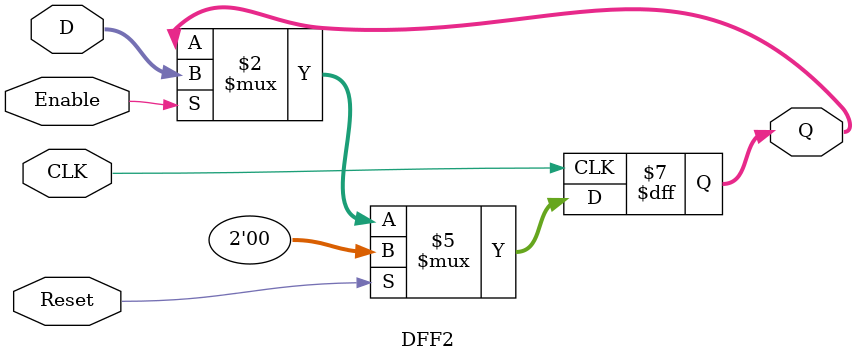
<source format=v>
module DFF2(Reset, Enable, D, CLK, Q);

input [1:0] D; 
input Enable, Reset;
input CLK; 

output reg [1:0] Q; 

always @(posedge CLK)
begin
	if (Reset)
		Q <= 2'b0;
	else
		if (Enable)
			Q <= D;
end
endmodule 
</source>
